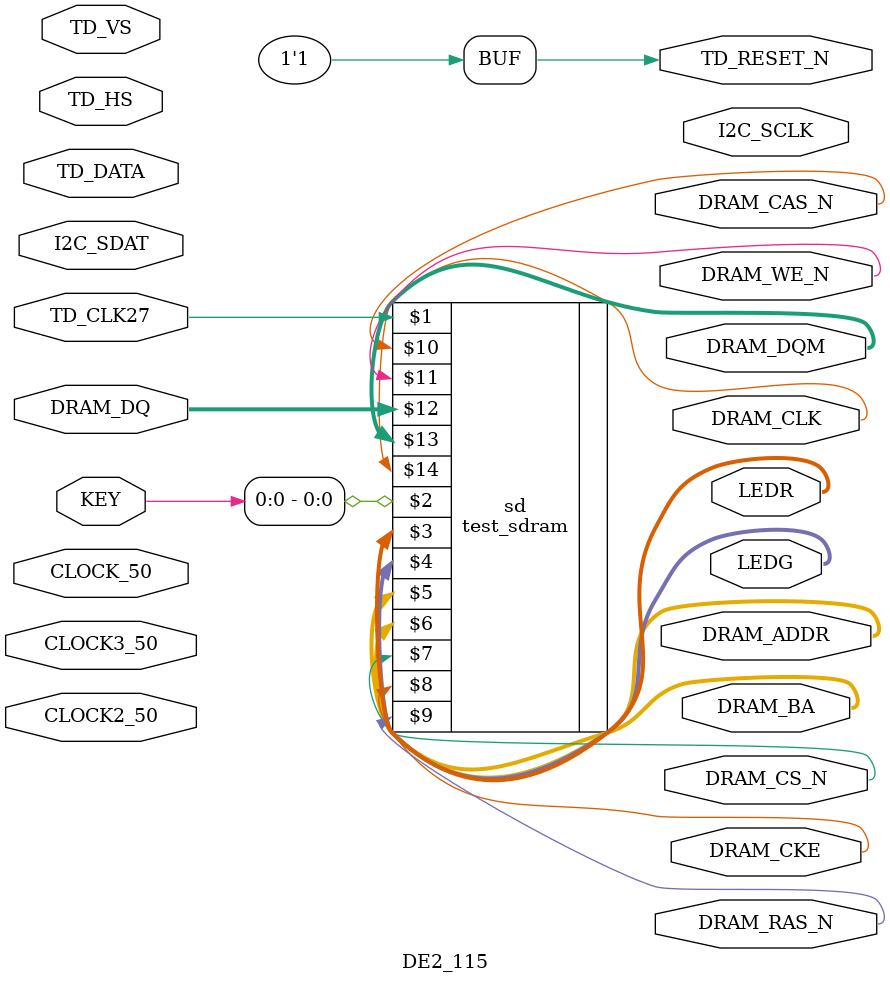
<source format=v>


module DE2_115(

	//////////// CLOCK //////////
	CLOCK_50,
	CLOCK2_50,
	CLOCK3_50,

	//////////// LED //////////
	LEDG,
	LEDR,

	//////////// KEY //////////
	KEY,

	//////////// I2C for Tv-Decoder  //////////
	I2C_SCLK,
	I2C_SDAT,

	//////////// TV Decoder //////////
	TD_CLK27,
	TD_DATA,
	TD_HS,
	TD_RESET_N,
	TD_VS,

	//////////// SDRAM //////////
	DRAM_ADDR,
	DRAM_BA,
	DRAM_CAS_N,
	DRAM_CKE,
	DRAM_CLK,
	DRAM_CS_N,
	DRAM_DQ,
	DRAM_DQM,
	DRAM_RAS_N,
	DRAM_WE_N 
);

//=======================================================
//  PARAMETER declarations
//=======================================================


//=======================================================
//  PORT declarations
//=======================================================

//////////// CLOCK //////////
input 		          		CLOCK_50;
input 		          		CLOCK2_50;
input 		          		CLOCK3_50;

//////////// LED //////////
output		     [8:0]		LEDG;
output		    [17:0]		LEDR;

//////////// KEY //////////
input 		     [3:0]		KEY;

//////////// I2C for Tv-Decoder  //////////
output		          		I2C_SCLK;
inout 		          		I2C_SDAT;

//////////// TV Decoder //////////
input 		          		TD_CLK27;
input 		     [7:0]		TD_DATA;
input 		          		TD_HS;
output		          		TD_RESET_N;
input 		          		TD_VS;

//////////// SDRAM //////////
output		    [12:0]		DRAM_ADDR;
output		     [1:0]		DRAM_BA;
output		          		DRAM_CAS_N;
output		          		DRAM_CKE;
output		          		DRAM_CLK;
output		          		DRAM_CS_N;
inout 		    [31:0]		DRAM_DQ;
output		     [3:0]		DRAM_DQM;
output		          		DRAM_RAS_N;
output		          		DRAM_WE_N;

//	Turn On TV Decoder
assign	TD_RESET_N	=	1'b1;

test_sdram sd(TD_CLK27, KEY[0], LEDR, LEDG,
	DRAM_ADDR, DRAM_BA, DRAM_CS_N, DRAM_CKE, 
	DRAM_RAS_N, DRAM_CAS_N, DRAM_WE_N, DRAM_DQ, DRAM_DQM, DRAM_CLK);



endmodule

</source>
